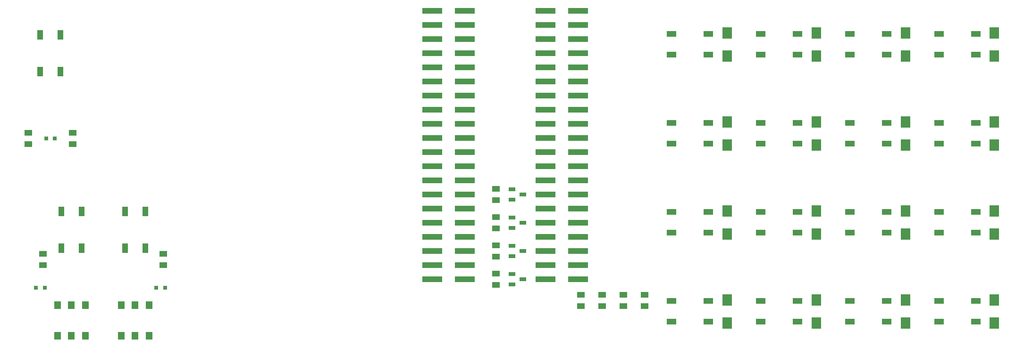
<source format=gbr>
%TF.GenerationSoftware,KiCad,Pcbnew,7.0.2-0*%
%TF.CreationDate,2023-09-13T20:52:30-05:00*%
%TF.ProjectId,CowPi-mk4a,436f7750-692d-46d6-9b34-612e6b696361,mk4a*%
%TF.SameCoordinates,Original*%
%TF.FileFunction,Paste,Top*%
%TF.FilePolarity,Positive*%
%FSLAX46Y46*%
G04 Gerber Fmt 4.6, Leading zero omitted, Abs format (unit mm)*
G04 Created by KiCad (PCBNEW 7.0.2-0) date 2023-09-13 20:52:30*
%MOMM*%
%LPD*%
G01*
G04 APERTURE LIST*
%ADD10R,1.377013X1.132537*%
%ADD11R,1.700000X1.000000*%
%ADD12R,1.250013X0.700000*%
%ADD13R,1.800000X2.000000*%
%ADD14R,3.600000X1.019990*%
%ADD15R,1.200000X1.400000*%
%ADD16R,1.000000X1.700000*%
%ADD17R,0.800000X0.800000*%
G04 APERTURE END LIST*
D10*
%TO.C,R12*%
X50320224Y-89900000D03*
X50320224Y-87900000D03*
%TD*%
D11*
%TO.C,U15*%
X213770731Y-86162294D03*
X220370681Y-86162269D03*
X213770731Y-89862701D03*
X220370681Y-89862676D03*
%TD*%
D12*
%TO.C,U42*%
X137090656Y-103132739D03*
X137090656Y-105032663D03*
X139090656Y-104082701D03*
%TD*%
D11*
%TO.C,U7*%
X213770731Y-70162294D03*
X220370681Y-70162269D03*
X213770731Y-73862701D03*
X220370681Y-73862676D03*
%TD*%
D13*
%TO.C,U31*%
X223690706Y-106072429D03*
X223690706Y-101952541D03*
%TD*%
%TO.C,U16*%
X223690706Y-90072429D03*
X223690706Y-85952541D03*
%TD*%
%TO.C,U8*%
X223690706Y-74072429D03*
X223690706Y-69952541D03*
%TD*%
D14*
%TO.C,U38*%
X128650504Y-114242736D03*
X122850656Y-114242736D03*
X128650504Y-111702731D03*
X122850656Y-111702731D03*
X128650504Y-109162726D03*
X122850656Y-109162726D03*
X128650504Y-106622721D03*
X122850656Y-106622721D03*
X128650504Y-104082716D03*
X122850656Y-104082716D03*
X128650504Y-101542711D03*
X122850656Y-101542711D03*
X128650504Y-99002706D03*
X122850656Y-99002706D03*
X128650504Y-96462701D03*
X122850656Y-96462701D03*
X128650504Y-93922696D03*
X122850656Y-93922696D03*
X128650504Y-91382691D03*
X122850656Y-91382691D03*
X128650504Y-88842685D03*
X122850656Y-88842685D03*
X128650504Y-86302680D03*
X122850656Y-86302680D03*
X128650504Y-83762675D03*
X122850656Y-83762675D03*
X128650504Y-81222670D03*
X122850656Y-81222670D03*
X128650504Y-78682665D03*
X122850656Y-78682665D03*
X128650504Y-76142660D03*
X122850656Y-76142660D03*
X128650504Y-73602655D03*
X122850656Y-73602655D03*
X128650504Y-71062650D03*
X122850656Y-71062650D03*
X128650504Y-68522645D03*
X122850656Y-68522645D03*
X128650504Y-65982640D03*
X122850656Y-65982640D03*
%TD*%
D10*
%TO.C,R1*%
X134280656Y-115242701D03*
X134280656Y-113242701D03*
%TD*%
D13*
%TO.C,U12*%
X191690706Y-90072429D03*
X191690706Y-85952541D03*
%TD*%
D11*
%TO.C,U17*%
X165770731Y-102162294D03*
X172370681Y-102162269D03*
X165770731Y-105862701D03*
X172370681Y-105862676D03*
%TD*%
D15*
%TO.C,U35*%
X55580783Y-124402714D03*
X58080656Y-124402714D03*
X60580529Y-124402714D03*
X55580783Y-118902586D03*
X58080656Y-118902586D03*
X60580529Y-118902586D03*
%TD*%
D16*
%TO.C,U34*%
X71360847Y-102052726D03*
X71360872Y-108652676D03*
X67660440Y-102052726D03*
X67660465Y-108652676D03*
%TD*%
D11*
%TO.C,U13*%
X197770731Y-86162294D03*
X204370681Y-86162269D03*
X197770731Y-89862701D03*
X204370681Y-89862676D03*
%TD*%
D10*
%TO.C,R10*%
X53000656Y-111702714D03*
X53000656Y-109702714D03*
%TD*%
D11*
%TO.C,U26*%
X197770731Y-118162294D03*
X204370681Y-118162269D03*
X197770731Y-121862701D03*
X204370681Y-121862676D03*
%TD*%
%TO.C,U9*%
X165770731Y-86162294D03*
X172370681Y-86162269D03*
X165770731Y-89862701D03*
X172370681Y-89862676D03*
%TD*%
D10*
%TO.C,R3*%
X134280656Y-110162701D03*
X134280656Y-108162701D03*
%TD*%
D11*
%TO.C,U18*%
X165770731Y-118162294D03*
X172370681Y-118162269D03*
X165770731Y-121862701D03*
X172370681Y-121862676D03*
%TD*%
D13*
%TO.C,U6*%
X207690706Y-74072429D03*
X207690706Y-69952541D03*
%TD*%
D11*
%TO.C,U22*%
X181770731Y-118162294D03*
X188370681Y-118162269D03*
X181770731Y-121862701D03*
X188370681Y-121862676D03*
%TD*%
D16*
%TO.C,U33*%
X59930847Y-102052726D03*
X59930872Y-108652676D03*
X56230440Y-102052726D03*
X56230465Y-108652676D03*
%TD*%
D17*
%TO.C,LED2*%
X51730656Y-115782714D03*
X53329590Y-115775856D03*
%TD*%
D10*
%TO.C,R8*%
X160950656Y-117052701D03*
X160950656Y-119052701D03*
%TD*%
D13*
%TO.C,U14*%
X207690706Y-90072429D03*
X207690706Y-85952541D03*
%TD*%
%TO.C,U20*%
X175690706Y-122072429D03*
X175690706Y-117952541D03*
%TD*%
D10*
%TO.C,R9*%
X58320224Y-87900000D03*
X58320224Y-89900000D03*
%TD*%
D11*
%TO.C,U3*%
X181770731Y-70162294D03*
X188370681Y-70162269D03*
X181770731Y-73862701D03*
X188370681Y-73862676D03*
%TD*%
D16*
%TO.C,U37*%
X56120847Y-70302726D03*
X56120872Y-76902676D03*
X52420440Y-70302726D03*
X52420465Y-76902676D03*
%TD*%
D11*
%TO.C,U1*%
X165770731Y-70162294D03*
X172370681Y-70162269D03*
X165770731Y-73862701D03*
X172370681Y-73862676D03*
%TD*%
D12*
%TO.C,U40*%
X137090656Y-113292739D03*
X137090656Y-115192663D03*
X139090656Y-114242701D03*
%TD*%
D10*
%TO.C,R4*%
X153330656Y-117052701D03*
X153330656Y-119052701D03*
%TD*%
D11*
%TO.C,U5*%
X197770731Y-70162294D03*
X204370681Y-70162269D03*
X197770731Y-73862701D03*
X204370681Y-73862676D03*
%TD*%
D10*
%TO.C,R7*%
X134280656Y-100002701D03*
X134280656Y-98002701D03*
%TD*%
D13*
%TO.C,U10*%
X175690706Y-90072429D03*
X175690706Y-85952541D03*
%TD*%
D17*
%TO.C,LED3*%
X73321189Y-115786143D03*
X74920123Y-115779285D03*
%TD*%
D13*
%TO.C,U4*%
X191690706Y-74072429D03*
X191690706Y-69952541D03*
%TD*%
D10*
%TO.C,R6*%
X157140656Y-117052701D03*
X157140656Y-119052701D03*
%TD*%
D11*
%TO.C,U30*%
X213770731Y-118162294D03*
X220370681Y-118162269D03*
X213770731Y-121862701D03*
X220370681Y-121862676D03*
%TD*%
%TO.C,U11*%
X181770731Y-86162294D03*
X188370681Y-86162269D03*
X181770731Y-89862701D03*
X188370681Y-89862676D03*
%TD*%
D14*
%TO.C,U39*%
X143170656Y-65982640D03*
X148970504Y-65982640D03*
X143170656Y-68522645D03*
X148970504Y-68522645D03*
X143170656Y-71062650D03*
X148970504Y-71062650D03*
X143170656Y-73602655D03*
X148970504Y-73602655D03*
X143170656Y-76142660D03*
X148970504Y-76142660D03*
X143170656Y-78682665D03*
X148970504Y-78682665D03*
X143170656Y-81222670D03*
X148970504Y-81222670D03*
X143170656Y-83762675D03*
X148970504Y-83762675D03*
X143170656Y-86302680D03*
X148970504Y-86302680D03*
X143170656Y-88842685D03*
X148970504Y-88842685D03*
X143170656Y-91382691D03*
X148970504Y-91382691D03*
X143170656Y-93922696D03*
X148970504Y-93922696D03*
X143170656Y-96462701D03*
X148970504Y-96462701D03*
X143170656Y-99002706D03*
X148970504Y-99002706D03*
X143170656Y-101542711D03*
X148970504Y-101542711D03*
X143170656Y-104082716D03*
X148970504Y-104082716D03*
X143170656Y-106622721D03*
X148970504Y-106622721D03*
X143170656Y-109162726D03*
X148970504Y-109162726D03*
X143170656Y-111702731D03*
X148970504Y-111702731D03*
X143170656Y-114242736D03*
X148970504Y-114242736D03*
%TD*%
D10*
%TO.C,R5*%
X134280656Y-105082701D03*
X134280656Y-103082701D03*
%TD*%
D13*
%TO.C,U19*%
X175690706Y-106072429D03*
X175690706Y-101952541D03*
%TD*%
D10*
%TO.C,R11*%
X74590656Y-111702714D03*
X74590656Y-109702714D03*
%TD*%
%TO.C,R2*%
X149520656Y-117052701D03*
X149520656Y-119052701D03*
%TD*%
D17*
%TO.C,LED1*%
X53520757Y-88903429D03*
X55119691Y-88896571D03*
%TD*%
D13*
%TO.C,U24*%
X191690706Y-122072429D03*
X191690706Y-117952541D03*
%TD*%
%TO.C,U23*%
X191690706Y-106072429D03*
X191690706Y-101952541D03*
%TD*%
D12*
%TO.C,U41*%
X137090656Y-108212739D03*
X137090656Y-110112663D03*
X139090656Y-109162701D03*
%TD*%
D13*
%TO.C,U2*%
X175690706Y-74072429D03*
X175690706Y-69952541D03*
%TD*%
D11*
%TO.C,U25*%
X197770731Y-102162294D03*
X204370681Y-102162269D03*
X197770731Y-105862701D03*
X204370681Y-105862676D03*
%TD*%
D15*
%TO.C,U36*%
X67010783Y-124402714D03*
X69510656Y-124402714D03*
X72010529Y-124402714D03*
X67010783Y-118902586D03*
X69510656Y-118902586D03*
X72010529Y-118902586D03*
%TD*%
D11*
%TO.C,U21*%
X181770731Y-102162294D03*
X188370681Y-102162269D03*
X181770731Y-105862701D03*
X188370681Y-105862676D03*
%TD*%
D13*
%TO.C,U27*%
X207690706Y-106072429D03*
X207690706Y-101952541D03*
%TD*%
%TO.C,U28*%
X207690706Y-122072429D03*
X207690706Y-117952541D03*
%TD*%
%TO.C,U32*%
X223690706Y-122072429D03*
X223690706Y-117952541D03*
%TD*%
D11*
%TO.C,U29*%
X213770731Y-102162294D03*
X220370681Y-102162269D03*
X213770731Y-105862701D03*
X220370681Y-105862676D03*
%TD*%
D12*
%TO.C,U43*%
X137090656Y-98052739D03*
X137090656Y-99952663D03*
X139090656Y-99002701D03*
%TD*%
M02*

</source>
